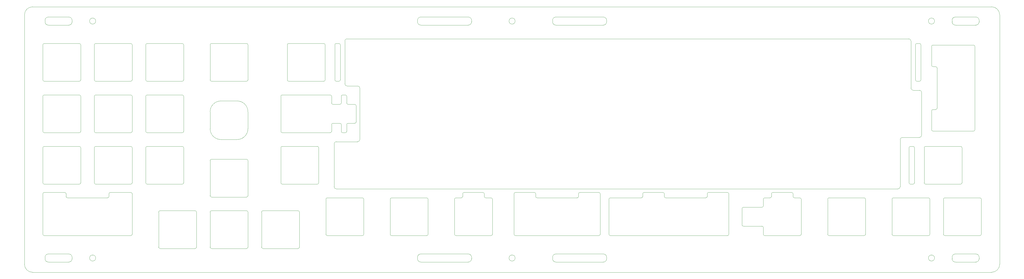
<source format=gm1>
%TF.GenerationSoftware,KiCad,Pcbnew,(5.99.0-10088-gf5741b875b)*%
%TF.CreationDate,2021-04-11T22:09:58-07:00*%
%TF.ProjectId,clarabelle_plate_iso_half,636c6172-6162-4656-9c6c-655f706c6174,rev?*%
%TF.SameCoordinates,Original*%
%TF.FileFunction,Profile,NP*%
%FSLAX46Y46*%
G04 Gerber Fmt 4.6, Leading zero omitted, Abs format (unit mm)*
G04 Created by KiCad (PCBNEW (5.99.0-10088-gf5741b875b)) date 2021-04-11 22:09:58*
%MOMM*%
%LPD*%
G01*
G04 APERTURE LIST*
%TA.AperFunction,Profile*%
%ADD10C,0.050000*%
%TD*%
G04 APERTURE END LIST*
D10*
X255900996Y-178237500D02*
G75*
G02*
X257100996Y-179437500I0J-1200000D01*
G01*
X187100996Y-179437500D02*
G75*
G02*
X188300996Y-178237500I1200000J0D01*
G01*
X257100996Y-180037500D02*
G75*
G02*
X255900996Y-181237500I-1200000J0D01*
G01*
X370543746Y-138400000D02*
G75*
G02*
X371043746Y-138900000I0J-500000D01*
G01*
X67968746Y-92012501D02*
G75*
G03*
X67968746Y-92012501I-1125000J0D01*
G01*
X124324996Y-131875000D02*
G75*
G02*
X120324996Y-135875000I-4000000J0D01*
G01*
X394978496Y-92312501D02*
X394978496Y-91712501D01*
X255899996Y-90512501D02*
G75*
G02*
X257099996Y-91712501I0J-1200000D01*
G01*
X237100996Y-179437500D02*
G75*
G02*
X238300996Y-178237500I1200000J0D01*
G01*
X399600507Y-86725001D02*
G75*
G02*
X402600496Y-89720471I4516J-2995470D01*
G01*
X49221621Y-91712501D02*
X49221621Y-92312501D01*
X255899996Y-90512501D02*
X238299996Y-90512501D01*
X158499996Y-113800000D02*
G75*
G02*
X157999996Y-114300000I-500000J0D01*
G01*
X58021621Y-90512501D02*
X50421621Y-90512501D01*
X238300996Y-181237500D02*
X255900996Y-181237500D01*
X188300996Y-181237500D02*
X205900996Y-181237500D01*
X207100996Y-180037500D02*
G75*
G02*
X205900996Y-181237500I-1200000J0D01*
G01*
X386178496Y-93512501D02*
X393778496Y-93512501D01*
X237100996Y-179437500D02*
X237100996Y-180037500D01*
X399600506Y-185024999D02*
X44599497Y-185024999D01*
X50421621Y-181237500D02*
X58021621Y-181237500D01*
X257099996Y-92312501D02*
X257099996Y-91712501D01*
X59221621Y-92312501D02*
G75*
G02*
X58021621Y-93512501I-1200000J0D01*
G01*
X58021621Y-178237500D02*
G75*
G02*
X59221621Y-179437500I0J-1200000D01*
G01*
X120324996Y-121588000D02*
G75*
G02*
X124324996Y-125588000I0J-4000000D01*
G01*
X257099996Y-92312501D02*
G75*
G02*
X255899996Y-93512501I-1200000J0D01*
G01*
X237099996Y-91712501D02*
X237099996Y-92312501D01*
X371424996Y-100800000D02*
X371424996Y-113800000D01*
X158499996Y-113800000D02*
X158499996Y-100800000D01*
X223225996Y-179737500D02*
G75*
G03*
X223225996Y-179737500I-1125000J0D01*
G01*
X207099996Y-92312501D02*
X207099996Y-91712501D01*
X49221621Y-179437500D02*
X49221621Y-180037500D01*
X114324996Y-135875000D02*
X120324996Y-135875000D01*
X205900996Y-178237500D02*
G75*
G02*
X207100996Y-179437500I0J-1200000D01*
G01*
X110324996Y-125588000D02*
G75*
G02*
X114324996Y-121588000I4000000J0D01*
G01*
X386178496Y-181237500D02*
G75*
G02*
X384978496Y-180037500I0J1200000D01*
G01*
X114324996Y-135875000D02*
G75*
G02*
X110324996Y-131875000I0J4000000D01*
G01*
X49221621Y-91712501D02*
G75*
G02*
X50421621Y-90512501I1200000J0D01*
G01*
X187099996Y-91712501D02*
G75*
G02*
X188299996Y-90512501I1200000J0D01*
G01*
X393778496Y-178237500D02*
G75*
G02*
X394978496Y-179437500I0J-1200000D01*
G01*
X238299996Y-93512501D02*
X255899996Y-93512501D01*
X207100996Y-180037500D02*
X207100996Y-179437500D01*
X124324996Y-131875000D02*
X124324996Y-125588000D01*
X402600496Y-89720471D02*
X402600503Y-182029514D01*
X378481496Y-92012501D02*
G75*
G03*
X378481496Y-92012501I-1125000J0D01*
G01*
X371924996Y-114300000D02*
G75*
G02*
X371424996Y-113800000I0J500000D01*
G01*
X394978496Y-180037500D02*
G75*
G02*
X393778496Y-181237500I-1200000J0D01*
G01*
X223224996Y-92012501D02*
G75*
G03*
X223224996Y-92012501I-1125000J0D01*
G01*
X373424996Y-113800000D02*
G75*
G02*
X372924996Y-114300000I-500000J0D01*
G01*
X371043746Y-151900000D02*
X371043746Y-138900000D01*
X369043746Y-138900000D02*
G75*
G02*
X369543746Y-138400000I500000J0D01*
G01*
X393778496Y-178237500D02*
X386178496Y-178237500D01*
X50421621Y-93512501D02*
X58021621Y-93512501D01*
X120324996Y-121588000D02*
X114324996Y-121588000D01*
X384978496Y-91712501D02*
G75*
G02*
X386178496Y-90512501I1200000J0D01*
G01*
X49221621Y-179437500D02*
G75*
G02*
X50421621Y-178237500I1200000J0D01*
G01*
X369543746Y-152400000D02*
G75*
G02*
X369043746Y-151900000I0J500000D01*
G01*
X44599497Y-185024999D02*
G75*
G02*
X41599497Y-182024999I0J3000000D01*
G01*
X188299996Y-93512501D02*
X205899996Y-93512501D01*
X59221621Y-180037500D02*
X59221621Y-179437500D01*
X205899996Y-90512501D02*
G75*
G02*
X207099996Y-91712501I0J-1200000D01*
G01*
X257100996Y-180037500D02*
X257100996Y-179437500D01*
X157999996Y-100300000D02*
G75*
G02*
X158499996Y-100800000I0J-500000D01*
G01*
X402600503Y-182029514D02*
G75*
G02*
X399600506Y-185024999I-2999997J4515D01*
G01*
X393778496Y-90512501D02*
G75*
G02*
X394978496Y-91712501I0J-1200000D01*
G01*
X156499996Y-100800000D02*
X156499996Y-113800000D01*
X41599497Y-182024999D02*
X41599497Y-89725001D01*
X205899996Y-90512501D02*
X188299996Y-90512501D01*
X371043746Y-151900000D02*
G75*
G02*
X370543746Y-152400000I-500000J0D01*
G01*
X384978496Y-179437500D02*
G75*
G02*
X386178496Y-178237500I1200000J0D01*
G01*
X255900996Y-178237500D02*
X238300996Y-178237500D01*
X156499996Y-100800000D02*
G75*
G02*
X156999996Y-100300000I500000J0D01*
G01*
X205900996Y-178237500D02*
X188300996Y-178237500D01*
X58021621Y-178237500D02*
X50421621Y-178237500D01*
X59221621Y-92312501D02*
X59221621Y-91712501D01*
X110324996Y-125588000D02*
X110324996Y-131875000D01*
X371424996Y-100800000D02*
G75*
G02*
X371924996Y-100300000I500000J0D01*
G01*
X238300996Y-181237500D02*
G75*
G02*
X237100996Y-180037500I0J1200000D01*
G01*
X67968746Y-179737500D02*
G75*
G03*
X67968746Y-179737500I-1125000J0D01*
G01*
X394978496Y-92312501D02*
G75*
G02*
X393778496Y-93512501I-1200000J0D01*
G01*
X156999996Y-114300000D02*
G75*
G02*
X156499996Y-113800000I0J500000D01*
G01*
X50421621Y-93512501D02*
G75*
G02*
X49221621Y-92312501I0J1200000D01*
G01*
X188299996Y-93512501D02*
G75*
G02*
X187099996Y-92312501I0J1200000D01*
G01*
X238299996Y-93512501D02*
G75*
G02*
X237099996Y-92312501I0J1200000D01*
G01*
X384978496Y-91712501D02*
X384978496Y-92312501D01*
X372924996Y-100300000D02*
X371924996Y-100300000D01*
X370543746Y-138400000D02*
X369543746Y-138400000D01*
X59221621Y-180037500D02*
G75*
G02*
X58021621Y-181237500I-1200000J0D01*
G01*
X237099996Y-91712501D02*
G75*
G02*
X238299996Y-90512501I1200000J0D01*
G01*
X384978496Y-179437500D02*
X384978496Y-180037500D01*
X187100996Y-179437500D02*
X187100996Y-180037500D01*
X386178496Y-93512501D02*
G75*
G02*
X384978496Y-92312501I0J1200000D01*
G01*
X378481496Y-179737500D02*
G75*
G03*
X378481496Y-179737500I-1125000J0D01*
G01*
X369543746Y-152400000D02*
X370543746Y-152400000D01*
X41599497Y-89725001D02*
G75*
G02*
X44599497Y-86725001I3000000J0D01*
G01*
X50421621Y-181237500D02*
G75*
G02*
X49221621Y-180037500I0J1200000D01*
G01*
X187099996Y-91712501D02*
X187099996Y-92312501D01*
X188300996Y-181237500D02*
G75*
G02*
X187100996Y-180037500I0J1200000D01*
G01*
X371924996Y-114300000D02*
X372924996Y-114300000D01*
X156999996Y-114300000D02*
X157999996Y-114300000D01*
X386178496Y-181237500D02*
X393778496Y-181237500D01*
X394978496Y-180037500D02*
X394978496Y-179437500D01*
X373424996Y-113800000D02*
X373424996Y-100800000D01*
X157999996Y-100300000D02*
X156999996Y-100300000D01*
X58021621Y-90512501D02*
G75*
G02*
X59221621Y-91712501I0J-1200000D01*
G01*
X393778496Y-90512501D02*
X386178496Y-90512501D01*
X207099996Y-92312501D02*
G75*
G02*
X205899996Y-93512501I-1200000J0D01*
G01*
X44599497Y-86725001D02*
X399600507Y-86725001D01*
X369043746Y-138900000D02*
X369043746Y-151900000D01*
X372924996Y-100300000D02*
G75*
G02*
X373424996Y-100800000I0J-500000D01*
G01*
%TO.C,REF\u002A\u002A*%
X100012496Y-119350000D02*
X87012496Y-119350000D01*
X87012496Y-133350000D02*
X100012496Y-133350000D01*
X86512496Y-119850000D02*
X86512496Y-132850000D01*
X100512496Y-132850000D02*
X100512496Y-119850000D01*
X87012496Y-133350000D02*
G75*
G02*
X86512496Y-132850000I0J500000D01*
G01*
X100012496Y-119350000D02*
G75*
G02*
X100512496Y-119850000I0J-500000D01*
G01*
X100512496Y-132850000D02*
G75*
G02*
X100012496Y-133350000I-500000J0D01*
G01*
X86512496Y-119850000D02*
G75*
G02*
X87012496Y-119350000I500000J0D01*
G01*
X81462496Y-170950000D02*
X81462496Y-155950000D01*
X48912496Y-171450000D02*
X80962496Y-171450000D01*
X56999496Y-156950000D02*
X56999496Y-155950000D01*
X72375496Y-157450000D02*
X57499496Y-157450000D01*
X48412496Y-155950000D02*
X48412496Y-170950000D01*
X72875496Y-155950000D02*
X72875496Y-156950000D01*
X80962496Y-155450000D02*
X73375496Y-155450000D01*
X56499496Y-155450000D02*
X48912496Y-155450000D01*
X72875496Y-156950000D02*
G75*
G02*
X72375496Y-157450000I-500000J0D01*
G01*
X57499496Y-157450000D02*
G75*
G02*
X56999496Y-156950000I0J500000D01*
G01*
X48412496Y-155950000D02*
G75*
G02*
X48912496Y-155450000I500000J0D01*
G01*
X72875496Y-155950000D02*
G75*
G02*
X73375496Y-155450000I500000J0D01*
G01*
X48912496Y-171450000D02*
G75*
G02*
X48412496Y-170950000I0J500000D01*
G01*
X80962496Y-155450000D02*
G75*
G02*
X81462496Y-155950000I0J-500000D01*
G01*
X81462496Y-170950000D02*
G75*
G02*
X80962496Y-171450000I-500000J0D01*
G01*
X56499496Y-155450000D02*
G75*
G02*
X56999496Y-155950000I0J-500000D01*
G01*
X137018746Y-152400000D02*
X150018746Y-152400000D01*
X150018746Y-138400000D02*
X137018746Y-138400000D01*
X136518746Y-138900000D02*
X136518746Y-151900000D01*
X150518746Y-151900000D02*
X150518746Y-138900000D01*
X137018746Y-152400000D02*
G75*
G02*
X136518746Y-151900000I0J500000D01*
G01*
X150518746Y-151900000D02*
G75*
G02*
X150018746Y-152400000I-500000J0D01*
G01*
X150018746Y-138400000D02*
G75*
G02*
X150518746Y-138900000I0J-500000D01*
G01*
X136518746Y-138900000D02*
G75*
G02*
X137018746Y-138400000I500000J0D01*
G01*
X375143746Y-152400000D02*
X388143746Y-152400000D01*
X374643746Y-138900000D02*
X374643746Y-151900000D01*
X388643746Y-151900000D02*
X388643746Y-138900000D01*
X388143746Y-138400000D02*
X375143746Y-138400000D01*
X374643746Y-138900000D02*
G75*
G02*
X375143746Y-138400000I500000J0D01*
G01*
X388643746Y-151900000D02*
G75*
G02*
X388143746Y-152400000I-500000J0D01*
G01*
X388143746Y-138400000D02*
G75*
G02*
X388643746Y-138900000I0J-500000D01*
G01*
X375143746Y-152400000D02*
G75*
G02*
X374643746Y-151900000I0J500000D01*
G01*
X395287496Y-157450000D02*
X382287496Y-157450000D01*
X382287496Y-171450000D02*
X395287496Y-171450000D01*
X395787496Y-170950000D02*
X395787496Y-157950000D01*
X381787496Y-157950000D02*
X381787496Y-170950000D01*
X395787496Y-170950000D02*
G75*
G02*
X395287496Y-171450000I-500000J0D01*
G01*
X381787496Y-157950000D02*
G75*
G02*
X382287496Y-157450000I500000J0D01*
G01*
X395287496Y-157450000D02*
G75*
G02*
X395787496Y-157950000I0J-500000D01*
G01*
X382287496Y-171450000D02*
G75*
G02*
X381787496Y-170950000I0J500000D01*
G01*
X123824996Y-143162500D02*
X110824996Y-143162500D01*
X110324996Y-143662500D02*
X110324996Y-156662500D01*
X124324996Y-156662500D02*
X124324996Y-143662500D01*
X110824996Y-157162500D02*
X123824996Y-157162500D01*
X110824996Y-157162500D02*
G75*
G02*
X110324996Y-156662500I0J500000D01*
G01*
X124324996Y-156662500D02*
G75*
G02*
X123824996Y-157162500I-500000J0D01*
G01*
X123824996Y-143162500D02*
G75*
G02*
X124324996Y-143662500I0J-500000D01*
G01*
X110324996Y-143662500D02*
G75*
G02*
X110824996Y-143162500I500000J0D01*
G01*
X61912496Y-119350000D02*
X48912496Y-119350000D01*
X62412496Y-132850000D02*
X62412496Y-119850000D01*
X48912496Y-133350000D02*
X61912496Y-133350000D01*
X48412496Y-119850000D02*
X48412496Y-132850000D01*
X48412496Y-119850000D02*
G75*
G02*
X48912496Y-119350000I500000J0D01*
G01*
X48912496Y-133350000D02*
G75*
G02*
X48412496Y-132850000I0J500000D01*
G01*
X61912496Y-119350000D02*
G75*
G02*
X62412496Y-119850000I0J-500000D01*
G01*
X62412496Y-132850000D02*
G75*
G02*
X61912496Y-133350000I-500000J0D01*
G01*
X86512496Y-138900000D02*
X86512496Y-151900000D01*
X100512496Y-151900000D02*
X100512496Y-138900000D01*
X87012496Y-152400000D02*
X100012496Y-152400000D01*
X100012496Y-138400000D02*
X87012496Y-138400000D01*
X100012496Y-138400000D02*
G75*
G02*
X100512496Y-138900000I0J-500000D01*
G01*
X86512496Y-138900000D02*
G75*
G02*
X87012496Y-138400000I500000J0D01*
G01*
X100512496Y-151900000D02*
G75*
G02*
X100012496Y-152400000I-500000J0D01*
G01*
X87012496Y-152400000D02*
G75*
G02*
X86512496Y-151900000I0J500000D01*
G01*
X48912496Y-114300000D02*
X61912496Y-114300000D01*
X48412496Y-100800000D02*
X48412496Y-113800000D01*
X62412496Y-113800000D02*
X62412496Y-100800000D01*
X61912496Y-100300000D02*
X48912496Y-100300000D01*
X48912496Y-114300000D02*
G75*
G02*
X48412496Y-113800000I0J500000D01*
G01*
X61912496Y-100300000D02*
G75*
G02*
X62412496Y-100800000I0J-500000D01*
G01*
X48412496Y-100800000D02*
G75*
G02*
X48912496Y-100300000I500000J0D01*
G01*
X62412496Y-113800000D02*
G75*
G02*
X61912496Y-114300000I-500000J0D01*
G01*
X314612496Y-167950000D02*
X307706246Y-167950000D01*
X230830746Y-156950000D02*
X230830746Y-155950000D01*
X222830746Y-155950000D02*
X222830746Y-170950000D01*
X211312496Y-155450000D02*
X204312496Y-155450000D01*
X326612496Y-157450000D02*
X328612496Y-157450000D01*
X269955746Y-157450000D02*
X258462496Y-157450000D01*
X278455746Y-156950000D02*
X278455746Y-155950000D01*
X246206746Y-157450000D02*
X231330746Y-157450000D01*
X257962496Y-157950000D02*
X257962496Y-170950000D01*
X315612496Y-157450000D02*
X317612496Y-157450000D01*
X293831746Y-157450000D02*
X278955746Y-157450000D01*
X201312496Y-171450000D02*
X214312496Y-171450000D01*
X203812496Y-155950000D02*
X203812496Y-156950000D01*
X302331746Y-170950000D02*
X302331746Y-155950000D01*
X214812496Y-170950000D02*
X214812496Y-157950000D01*
X223330746Y-171450000D02*
X254206746Y-171450000D01*
X246706746Y-155950000D02*
X246706746Y-156950000D01*
X258462496Y-171450000D02*
X301831746Y-171450000D01*
X328612496Y-171450000D02*
X315612496Y-171450000D01*
X307206246Y-167450000D02*
X307206246Y-161450000D01*
X277955746Y-155450000D02*
X270955746Y-155450000D01*
X214312496Y-157450000D02*
X212312496Y-157450000D01*
X301831746Y-155450000D02*
X294831746Y-155450000D01*
X326112496Y-155950000D02*
X326112496Y-156950000D01*
X203312496Y-157450000D02*
X201312496Y-157450000D01*
X318612496Y-155450000D02*
X325612496Y-155450000D01*
X294331746Y-155950000D02*
X294331746Y-156950000D01*
X211812496Y-156950000D02*
X211812496Y-155950000D01*
X329112496Y-157950000D02*
X329112496Y-170950000D01*
X254206746Y-155450000D02*
X247206746Y-155450000D01*
X270455746Y-155950000D02*
X270455746Y-156950000D01*
X230330746Y-155450000D02*
X223330746Y-155450000D01*
X318112496Y-156950000D02*
X318112496Y-155950000D01*
X200812496Y-157950000D02*
X200812496Y-170950000D01*
X315112496Y-160450000D02*
X315112496Y-157950000D01*
X315112496Y-170950000D02*
X315112496Y-168450000D01*
X307706246Y-160950000D02*
X314612496Y-160950000D01*
X254706746Y-170950000D02*
X254706746Y-155950000D01*
X254206746Y-155450000D02*
G75*
G02*
X254706746Y-155950000I0J-500000D01*
G01*
X231330746Y-157450000D02*
G75*
G02*
X230830746Y-156950000I0J500000D01*
G01*
X254706746Y-170950000D02*
G75*
G02*
X254206746Y-171450000I-500000J0D01*
G01*
X203812496Y-156950000D02*
G75*
G02*
X203312496Y-157450000I-500000J0D01*
G01*
X294331746Y-156950000D02*
G75*
G02*
X293831746Y-157450000I-500000J0D01*
G01*
X230330746Y-155450000D02*
G75*
G02*
X230830746Y-155950000I0J-500000D01*
G01*
X203812496Y-155950000D02*
G75*
G02*
X204312496Y-155450000I500000J0D01*
G01*
X302331746Y-170950000D02*
G75*
G02*
X301831746Y-171450000I-500000J0D01*
G01*
X307706246Y-167950000D02*
G75*
G02*
X307206246Y-167450000I0J500000D01*
G01*
X278955746Y-157450000D02*
G75*
G02*
X278455746Y-156950000I0J500000D01*
G01*
X211312496Y-155450000D02*
G75*
G02*
X211812496Y-155950000I0J-500000D01*
G01*
X212312496Y-157450000D02*
G75*
G02*
X211812496Y-156950000I0J500000D01*
G01*
X294331746Y-155950000D02*
G75*
G02*
X294831746Y-155450000I500000J0D01*
G01*
X201312496Y-171450000D02*
G75*
G02*
X200812496Y-170950000I0J500000D01*
G01*
X315112496Y-157950000D02*
G75*
G02*
X315612496Y-157450000I500000J0D01*
G01*
X246706746Y-155950000D02*
G75*
G02*
X247206746Y-155450000I500000J0D01*
G01*
X214812496Y-170950000D02*
G75*
G02*
X214312496Y-171450000I-500000J0D01*
G01*
X318112496Y-155950000D02*
G75*
G02*
X318612496Y-155450000I500000J0D01*
G01*
X315112496Y-160450000D02*
G75*
G02*
X314612496Y-160950000I-500000J0D01*
G01*
X258462496Y-171450000D02*
G75*
G02*
X257962496Y-170950000I0J500000D01*
G01*
X223330746Y-171450000D02*
G75*
G02*
X222830746Y-170950000I0J500000D01*
G01*
X314612496Y-167950000D02*
G75*
G02*
X315112496Y-168450000I0J-500000D01*
G01*
X270455746Y-156950000D02*
G75*
G02*
X269955746Y-157450000I-500000J0D01*
G01*
X246706746Y-156950000D02*
G75*
G02*
X246206746Y-157450000I-500000J0D01*
G01*
X315612496Y-171450000D02*
G75*
G02*
X315112496Y-170950000I0J500000D01*
G01*
X307206246Y-161450000D02*
G75*
G02*
X307706246Y-160950000I500000J0D01*
G01*
X222830746Y-155950000D02*
G75*
G02*
X223330746Y-155450000I500000J0D01*
G01*
X329112496Y-170950000D02*
G75*
G02*
X328612496Y-171450000I-500000J0D01*
G01*
X325612496Y-155450000D02*
G75*
G02*
X326112496Y-155950000I0J-500000D01*
G01*
X328612496Y-157450000D02*
G75*
G02*
X329112496Y-157950000I0J-500000D01*
G01*
X326612496Y-157450000D02*
G75*
G02*
X326112496Y-156950000I0J500000D01*
G01*
X277955746Y-155450000D02*
G75*
G02*
X278455746Y-155950000I0J-500000D01*
G01*
X214312496Y-157450000D02*
G75*
G02*
X214812496Y-157950000I0J-500000D01*
G01*
X200812496Y-157950000D02*
G75*
G02*
X201312496Y-157450000I500000J0D01*
G01*
X270455746Y-155950000D02*
G75*
G02*
X270955746Y-155450000I500000J0D01*
G01*
X301831746Y-155450000D02*
G75*
G02*
X302331746Y-155950000I0J-500000D01*
G01*
X318112496Y-156950000D02*
G75*
G02*
X317612496Y-157450000I-500000J0D01*
G01*
X257962496Y-157950000D02*
G75*
G02*
X258462496Y-157450000I500000J0D01*
G01*
X61912496Y-138400000D02*
X48912496Y-138400000D01*
X48912496Y-152400000D02*
X61912496Y-152400000D01*
X48412496Y-138900000D02*
X48412496Y-151900000D01*
X62412496Y-151900000D02*
X62412496Y-138900000D01*
X48412496Y-138900000D02*
G75*
G02*
X48912496Y-138400000I500000J0D01*
G01*
X61912496Y-138400000D02*
G75*
G02*
X62412496Y-138900000I0J-500000D01*
G01*
X62412496Y-151900000D02*
G75*
G02*
X61912496Y-152400000I-500000J0D01*
G01*
X48912496Y-152400000D02*
G75*
G02*
X48412496Y-151900000I0J500000D01*
G01*
X123824996Y-162212500D02*
X110824996Y-162212500D01*
X110324996Y-162712500D02*
X110324996Y-175712500D01*
X110824996Y-176212500D02*
X123824996Y-176212500D01*
X124324996Y-175712500D02*
X124324996Y-162712500D01*
X123824996Y-162212500D02*
G75*
G02*
X124324996Y-162712500I0J-500000D01*
G01*
X110324996Y-162712500D02*
G75*
G02*
X110824996Y-162212500I500000J0D01*
G01*
X124324996Y-175712500D02*
G75*
G02*
X123824996Y-176212500I-500000J0D01*
G01*
X110824996Y-176212500D02*
G75*
G02*
X110324996Y-175712500I0J500000D01*
G01*
X67962496Y-114300000D02*
X80962496Y-114300000D01*
X67462496Y-100800000D02*
X67462496Y-113800000D01*
X81462496Y-113800000D02*
X81462496Y-100800000D01*
X80962496Y-100300000D02*
X67962496Y-100300000D01*
X81462496Y-113800000D02*
G75*
G02*
X80962496Y-114300000I-500000J0D01*
G01*
X67962496Y-114300000D02*
G75*
G02*
X67462496Y-113800000I0J500000D01*
G01*
X80962496Y-100300000D02*
G75*
G02*
X81462496Y-100800000I0J-500000D01*
G01*
X67462496Y-100800000D02*
G75*
G02*
X67962496Y-100300000I500000J0D01*
G01*
X339424996Y-171450000D02*
X352424996Y-171450000D01*
X352924996Y-170950000D02*
X352924996Y-157950000D01*
X352424996Y-157450000D02*
X339424996Y-157450000D01*
X338924996Y-157950000D02*
X338924996Y-170950000D01*
X339424996Y-171450000D02*
G75*
G02*
X338924996Y-170950000I0J500000D01*
G01*
X352424996Y-157450000D02*
G75*
G02*
X352924996Y-157950000I0J-500000D01*
G01*
X352924996Y-170950000D02*
G75*
G02*
X352424996Y-171450000I-500000J0D01*
G01*
X338924996Y-157950000D02*
G75*
G02*
X339424996Y-157450000I500000J0D01*
G01*
X153687496Y-171450000D02*
X166687496Y-171450000D01*
X166687496Y-157450000D02*
X153687496Y-157450000D01*
X167187496Y-170950000D02*
X167187496Y-157950000D01*
X153187496Y-157950000D02*
X153187496Y-170950000D01*
X153687496Y-171450000D02*
G75*
G02*
X153187496Y-170950000I0J500000D01*
G01*
X153187496Y-157950000D02*
G75*
G02*
X153687496Y-157450000I500000J0D01*
G01*
X166687496Y-157450000D02*
G75*
G02*
X167187496Y-157950000I0J-500000D01*
G01*
X167187496Y-170950000D02*
G75*
G02*
X166687496Y-171450000I-500000J0D01*
G01*
X377406246Y-108387000D02*
X377406246Y-101387000D01*
X378906246Y-108887000D02*
X377906246Y-108887000D01*
X377906246Y-124763000D02*
X378906246Y-124763000D01*
X377406246Y-132263000D02*
X377406246Y-125263000D01*
X393406246Y-101387000D02*
X393406246Y-132263000D01*
X392906246Y-132763000D02*
X377906246Y-132763000D01*
X377906246Y-100887000D02*
X392906246Y-100887000D01*
X379406246Y-124263000D02*
X379406246Y-109387000D01*
X377406245Y-101386999D02*
G75*
G02*
X377906246Y-100887000I500000J-1D01*
G01*
X379406246Y-124263000D02*
G75*
G02*
X378906246Y-124763000I-500000J0D01*
G01*
X393406247Y-132263001D02*
G75*
G02*
X392906246Y-132763000I-500000J1D01*
G01*
X377406245Y-125262999D02*
G75*
G02*
X377906246Y-124763000I500000J-1D01*
G01*
X377906245Y-132763001D02*
G75*
G02*
X377406246Y-132263000I1J500000D01*
G01*
X392906247Y-100886999D02*
G75*
G02*
X393406246Y-101387000I-1J-500000D01*
G01*
X378906246Y-108887000D02*
G75*
G02*
X379406246Y-109387000I0J-500000D01*
G01*
X377906245Y-108887001D02*
G75*
G02*
X377406246Y-108387000I1J500000D01*
G01*
X123824996Y-100300000D02*
X110824996Y-100300000D01*
X110324996Y-100800000D02*
X110324996Y-113800000D01*
X110824996Y-114300000D02*
X123824996Y-114300000D01*
X124324996Y-113800000D02*
X124324996Y-100800000D01*
X124324996Y-113800000D02*
G75*
G02*
X123824996Y-114300000I-500000J0D01*
G01*
X110824996Y-114300000D02*
G75*
G02*
X110324996Y-113800000I0J500000D01*
G01*
X123824996Y-100300000D02*
G75*
G02*
X124324996Y-100800000I0J-500000D01*
G01*
X110324996Y-100800000D02*
G75*
G02*
X110824996Y-100300000I500000J0D01*
G01*
X100012496Y-100300000D02*
X87012496Y-100300000D01*
X86512496Y-100800000D02*
X86512496Y-113800000D01*
X87012496Y-114300000D02*
X100012496Y-114300000D01*
X100512496Y-113800000D02*
X100512496Y-100800000D01*
X86512496Y-100800000D02*
G75*
G02*
X87012496Y-100300000I500000J0D01*
G01*
X87012496Y-114300000D02*
G75*
G02*
X86512496Y-113800000I0J500000D01*
G01*
X100512496Y-113800000D02*
G75*
G02*
X100012496Y-114300000I-500000J0D01*
G01*
X100012496Y-100300000D02*
G75*
G02*
X100512496Y-100800000I0J-500000D01*
G01*
X143374996Y-175712500D02*
X143374996Y-162712500D01*
X129874996Y-176212500D02*
X142874996Y-176212500D01*
X129374996Y-162712500D02*
X129374996Y-175712500D01*
X142874996Y-162212500D02*
X129874996Y-162212500D01*
X142874996Y-162212500D02*
G75*
G02*
X143374996Y-162712500I0J-500000D01*
G01*
X129874996Y-176212500D02*
G75*
G02*
X129374996Y-175712500I0J500000D01*
G01*
X143374996Y-175712500D02*
G75*
G02*
X142874996Y-176212500I-500000J0D01*
G01*
X129374996Y-162712500D02*
G75*
G02*
X129874996Y-162212500I500000J0D01*
G01*
X376237496Y-157450000D02*
X363237496Y-157450000D01*
X362737496Y-157950000D02*
X362737496Y-170950000D01*
X363237496Y-171450000D02*
X376237496Y-171450000D01*
X376737496Y-170950000D02*
X376737496Y-157950000D01*
X376737496Y-170950000D02*
G75*
G02*
X376237496Y-171450000I-500000J0D01*
G01*
X363237496Y-171450000D02*
G75*
G02*
X362737496Y-170950000I0J500000D01*
G01*
X362737496Y-157950000D02*
G75*
G02*
X363237496Y-157450000I500000J0D01*
G01*
X376237496Y-157450000D02*
G75*
G02*
X376737496Y-157950000I0J-500000D01*
G01*
X190499996Y-157450000D02*
X177499996Y-157450000D01*
X176999996Y-157950000D02*
X176999996Y-170950000D01*
X177499996Y-171450000D02*
X190499996Y-171450000D01*
X190999996Y-170950000D02*
X190999996Y-157950000D01*
X190499996Y-157450000D02*
G75*
G02*
X190999996Y-157950000I0J-500000D01*
G01*
X177499996Y-171450000D02*
G75*
G02*
X176999996Y-170950000I0J500000D01*
G01*
X176999996Y-157950000D02*
G75*
G02*
X177499996Y-157450000I500000J0D01*
G01*
X190999996Y-170950000D02*
G75*
G02*
X190499996Y-171450000I-500000J0D01*
G01*
X139399996Y-114300000D02*
X152399996Y-114300000D01*
X138899996Y-100800000D02*
X138899996Y-113800000D01*
X152399996Y-100300000D02*
X139399996Y-100300000D01*
X152899996Y-113800000D02*
X152899996Y-100800000D01*
X152399996Y-100300000D02*
G75*
G02*
X152899996Y-100800000I0J-500000D01*
G01*
X152899996Y-113800000D02*
G75*
G02*
X152399996Y-114300000I-500000J0D01*
G01*
X139399996Y-114300000D02*
G75*
G02*
X138899996Y-113800000I0J500000D01*
G01*
X138899996Y-100800000D02*
G75*
G02*
X139399996Y-100300000I500000J0D01*
G01*
X67462496Y-138900000D02*
X67462496Y-151900000D01*
X81462496Y-151900000D02*
X81462496Y-138900000D01*
X80962496Y-138400000D02*
X67962496Y-138400000D01*
X67962496Y-152400000D02*
X80962496Y-152400000D01*
X67462496Y-138900000D02*
G75*
G02*
X67962496Y-138400000I500000J0D01*
G01*
X81462496Y-151900000D02*
G75*
G02*
X80962496Y-152400000I-500000J0D01*
G01*
X80962496Y-138400000D02*
G75*
G02*
X81462496Y-138900000I0J-500000D01*
G01*
X67962496Y-152400000D02*
G75*
G02*
X67462496Y-151900000I0J500000D01*
G01*
X158881246Y-119850000D02*
X158881246Y-122350000D01*
X163881246Y-122850000D02*
X161381246Y-122850000D01*
X160381246Y-119350000D02*
X159381246Y-119350000D01*
X154781246Y-119350000D02*
X137018746Y-119350000D01*
X158381246Y-122850000D02*
X155781246Y-122850000D01*
X155781246Y-129850000D02*
X158381246Y-129850000D01*
X155281246Y-132850000D02*
X155281246Y-130350000D01*
X160881246Y-122350000D02*
X160881246Y-119850000D01*
X137018746Y-133350000D02*
X154781246Y-133350000D01*
X164381246Y-129350000D02*
X164381246Y-123350000D01*
X155281246Y-122350000D02*
X155281246Y-119850000D01*
X161381246Y-129850000D02*
X163881246Y-129850000D01*
X160881246Y-132850000D02*
X160881246Y-130350000D01*
X158881246Y-130350000D02*
X158881246Y-132850000D01*
X159381246Y-133350000D02*
X160381246Y-133350000D01*
X136518746Y-119850000D02*
X136518746Y-132850000D01*
X160881246Y-132850000D02*
G75*
G02*
X160381246Y-133350000I-500000J0D01*
G01*
X154781246Y-119350000D02*
G75*
G02*
X155281246Y-119850000I0J-500000D01*
G01*
X161381246Y-122850000D02*
G75*
G02*
X160881246Y-122350000I0J500000D01*
G01*
X137018746Y-133350000D02*
G75*
G02*
X136518746Y-132850000I0J500000D01*
G01*
X159381246Y-133350000D02*
G75*
G02*
X158881246Y-132850000I0J500000D01*
G01*
X163881246Y-122850000D02*
G75*
G02*
X164381246Y-123350000I0J-500000D01*
G01*
X164381246Y-129350000D02*
G75*
G02*
X163881246Y-129850000I-500000J0D01*
G01*
X160381246Y-119350000D02*
G75*
G02*
X160881246Y-119850000I0J-500000D01*
G01*
X155281246Y-130350000D02*
G75*
G02*
X155781246Y-129850000I500000J0D01*
G01*
X155281246Y-132850000D02*
G75*
G02*
X154781246Y-133350000I-500000J0D01*
G01*
X158881246Y-122350000D02*
G75*
G02*
X158381246Y-122850000I-500000J0D01*
G01*
X136518746Y-119850000D02*
G75*
G02*
X137018746Y-119350000I500000J0D01*
G01*
X160881246Y-130350000D02*
G75*
G02*
X161381246Y-129850000I500000J0D01*
G01*
X158381246Y-129850000D02*
G75*
G02*
X158881246Y-130350000I0J-500000D01*
G01*
X155781246Y-122850000D02*
G75*
G02*
X155281246Y-122350000I0J500000D01*
G01*
X158881246Y-119850000D02*
G75*
G02*
X159381246Y-119350000I500000J0D01*
G01*
X366562496Y-135081250D02*
X372912496Y-135081250D01*
X160981246Y-116031250D02*
X164949996Y-116031250D01*
X157012496Y-136668750D02*
X164949996Y-136668750D01*
X160187496Y-99362500D02*
X160187496Y-115237500D01*
X372912496Y-117618750D02*
X370531246Y-117618750D01*
X157012496Y-154131250D02*
X364974996Y-154131250D01*
X373706246Y-134287500D02*
X373706246Y-118412500D01*
X156218746Y-137462500D02*
X156218746Y-153337500D01*
X165743746Y-116825000D02*
X165743746Y-135875000D01*
X368943746Y-98568750D02*
X160981246Y-98568750D01*
X369737496Y-116825000D02*
X369737496Y-99362500D01*
X365768746Y-153337500D02*
X365768746Y-135875000D01*
X160187496Y-99362500D02*
G75*
G02*
X160981246Y-98568750I793750J0D01*
G01*
X373706246Y-134287500D02*
G75*
G02*
X372912496Y-135081250I-793750J0D01*
G01*
X156218746Y-137462500D02*
G75*
G02*
X157012496Y-136668750I793750J0D01*
G01*
X160981246Y-116031250D02*
G75*
G02*
X160187496Y-115237500I0J793750D01*
G01*
X372912496Y-117618750D02*
G75*
G02*
X373706246Y-118412500I0J-793750D01*
G01*
X157012496Y-154131250D02*
G75*
G02*
X156218746Y-153337500I0J793750D01*
G01*
X368943746Y-98568750D02*
G75*
G02*
X369737496Y-99362500I0J-793750D01*
G01*
X165743746Y-135875000D02*
G75*
G02*
X164949996Y-136668750I-793750J0D01*
G01*
X365768746Y-153337500D02*
G75*
G02*
X364974996Y-154131250I-793750J0D01*
G01*
X365768746Y-135875000D02*
G75*
G02*
X366562496Y-135081250I793750J0D01*
G01*
X164949996Y-116031250D02*
G75*
G02*
X165743746Y-116825000I0J-793750D01*
G01*
X370531246Y-117618750D02*
G75*
G02*
X369737496Y-116825000I0J793750D01*
G01*
X105274996Y-175712500D02*
X105274996Y-162712500D01*
X91274996Y-162712500D02*
X91274996Y-175712500D01*
X104774996Y-162212500D02*
X91774996Y-162212500D01*
X91774996Y-176212500D02*
X104774996Y-176212500D01*
X105274996Y-175712500D02*
G75*
G02*
X104774996Y-176212500I-500000J0D01*
G01*
X91274996Y-162712500D02*
G75*
G02*
X91774996Y-162212500I500000J0D01*
G01*
X104774996Y-162212500D02*
G75*
G02*
X105274996Y-162712500I0J-500000D01*
G01*
X91774996Y-176212500D02*
G75*
G02*
X91274996Y-175712500I0J500000D01*
G01*
X67962496Y-133350000D02*
X80962496Y-133350000D01*
X80962496Y-119350000D02*
X67962496Y-119350000D01*
X81462496Y-132850000D02*
X81462496Y-119850000D01*
X67462496Y-119850000D02*
X67462496Y-132850000D01*
X81462496Y-132850000D02*
G75*
G02*
X80962496Y-133350000I-500000J0D01*
G01*
X80962496Y-119350000D02*
G75*
G02*
X81462496Y-119850000I0J-500000D01*
G01*
X67462496Y-119850000D02*
G75*
G02*
X67962496Y-119350000I500000J0D01*
G01*
X67962496Y-133350000D02*
G75*
G02*
X67462496Y-132850000I0J500000D01*
G01*
%TD*%
M02*

</source>
